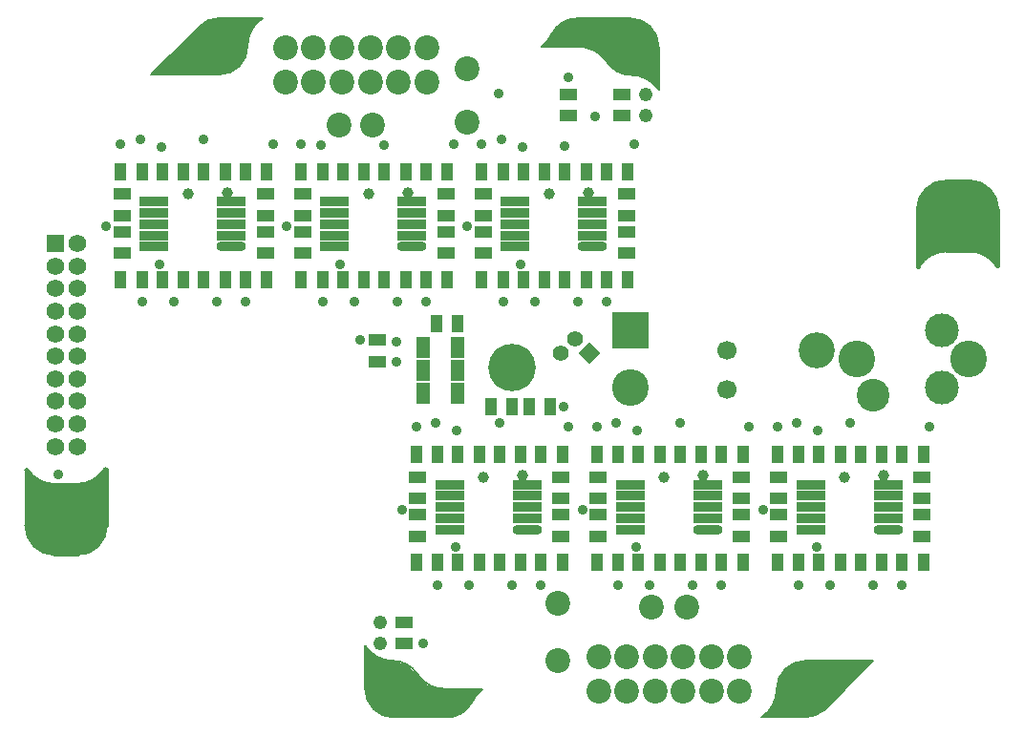
<source format=gts>
G04*
G04 #@! TF.GenerationSoftware,Altium Limited,Altium Designer,20.1.10 (176)*
G04*
G04 Layer_Color=8388736*
%FSAX42Y42*%
%MOMM*%
G71*
G04*
G04 #@! TF.SameCoordinates,3E3C1568-8D71-4774-938C-B5280475AE13*
G04*
G04*
G04 #@! TF.FilePolarity,Negative*
G04*
G01*
G75*
%ADD12C,0.20*%
%ADD15C,0.40*%
%ADD16R,1.50X1.00*%
%ADD17R,1.20X1.90*%
%ADD18R,1.00X1.50*%
%ADD19R,2.62X0.84*%
%ADD20O,2.62X0.84*%
%ADD21C,3.25*%
%ADD22C,3.00*%
%ADD23R,3.25X3.25*%
%ADD24C,1.57*%
%ADD25R,1.57X1.57*%
%ADD26C,1.40*%
%ADD27P,1.98X4X270.0*%
%ADD28C,1.22*%
%ADD29C,1.00*%
%ADD30C,1.70*%
%ADD31C,0.90*%
%ADD32C,2.90*%
%ADD33C,3.20*%
%ADD34C,2.20*%
%ADD35C,4.20*%
G36*
X003131Y000738D02*
X003131Y000738D01*
X003131Y000738D01*
X003143Y000725D01*
X003169Y000702D01*
X003198Y000682D01*
X003229Y000666D01*
X003245Y000660D01*
Y000660D01*
X003273Y000656D01*
X003329Y000646D01*
X003385Y000634D01*
X003440Y000621D01*
X003468Y000613D01*
X003642Y000439D01*
X003642Y000439D01*
X003655Y000431D01*
X003683Y000417D01*
X003713Y000405D01*
X003743Y000397D01*
X003774Y000391D01*
X003805Y000388D01*
X003837Y000389D01*
X003868Y000392D01*
X003883Y000395D01*
X003883Y000395D01*
X003914Y000396D01*
X003976Y000396D01*
X004038Y000396D01*
X004100Y000395D01*
X004116Y000395D01*
X004120Y000390D01*
X004123Y000382D01*
X004120Y000378D01*
X004115Y000372D01*
X004113Y000369D01*
X004018Y000239D01*
X003956Y000177D01*
X003849Y000145D01*
X003346Y000145D01*
Y000145D01*
X003322Y000145D01*
X003273Y000154D01*
X003228Y000173D01*
X003187Y000200D01*
X003152Y000235D01*
X003125Y000276D01*
X003106Y000322D01*
X003096Y000370D01*
X003096Y000395D01*
X003096Y000760D01*
X003108Y000765D01*
X003131Y000738D01*
D02*
G37*
G36*
X000128Y002297D02*
X000152Y002274D01*
X000177Y002251D01*
X000190Y002241D01*
X000190Y002241D01*
X000209Y002234D01*
X000247Y002222D01*
X000286Y002212D01*
X000325Y002204D01*
X000345Y002202D01*
X000345Y002202D01*
X000379Y002200D01*
X000447Y002200D01*
X000516Y002204D01*
X000583Y002212D01*
X000617Y002218D01*
X000643Y002227D01*
X000694Y002249D01*
X000744Y002273D01*
X000791Y002301D01*
X000803Y002309D01*
X000815Y002303D01*
X000812Y001863D01*
X000812Y001845D01*
X000807Y001810D01*
X000798Y001776D01*
X000785Y001744D01*
X000767Y001714D01*
X000746Y001686D01*
X000721Y001661D01*
X000693Y001640D01*
X000662Y001622D01*
X000630Y001609D01*
X000596Y001600D01*
X000561Y001595D01*
X000544Y001595D01*
X000355D01*
X000355Y001595D01*
X000355Y001595D01*
X000334Y001595D01*
X000293Y001601D01*
X000253Y001613D01*
X000215Y001630D01*
X000180Y001653D01*
X000149Y001681D01*
X000122Y001712D01*
X000099Y001748D01*
X000091Y001767D01*
X000095Y002316D01*
X000099Y002319D01*
X000108Y002320D01*
X000128Y002297D01*
D02*
G37*
G36*
X002174Y006336D02*
X002103Y006266D01*
X002066Y006192D01*
X002052Y006052D01*
X002052Y006052D01*
X002048Y006031D01*
X002032Y005990D01*
X002009Y005952D01*
X001981Y005919D01*
X001947Y005891D01*
X001909Y005870D01*
X001868Y005855D01*
X001824Y005847D01*
X001802Y005847D01*
X001220Y005848D01*
X001215Y005859D01*
X001577Y006227D01*
X001586Y006241D01*
X001608Y006266D01*
X001633Y006289D01*
X001660Y006308D01*
X001689Y006323D01*
X001720Y006335D01*
X001752Y006343D01*
X001785Y006347D01*
X001802Y006347D01*
X002170Y006347D01*
X002174Y006336D01*
D02*
G37*
G36*
X006992Y000643D02*
X007575Y000643D01*
X007580Y000631D01*
X007218Y000263D01*
X007208Y000249D01*
X007187Y000224D01*
X007162Y000202D01*
X007135Y000183D01*
X007105Y000167D01*
X007074Y000155D01*
X007042Y000147D01*
X007009Y000143D01*
X006992Y000143D01*
X006625Y000143D01*
X006620Y000155D01*
X006692Y000225D01*
X006728Y000299D01*
X006743Y000438D01*
X006743Y000438D01*
X006747Y000460D01*
X006763Y000501D01*
X006785Y000538D01*
X006814Y000571D01*
X006848Y000599D01*
X006886Y000621D01*
X006927Y000636D01*
X006970Y000643D01*
X006992Y000643D01*
D02*
G37*
G36*
X008248Y004898D02*
X008437Y004898D01*
X008437Y004898D01*
X008437Y004898D01*
X008457Y004898D01*
X008499Y004892D01*
X008539Y004880D01*
X008577Y004862D01*
X008612Y004839D01*
X008643Y004812D01*
X008670Y004780D01*
X008693Y004745D01*
X008701Y004726D01*
X008697Y004177D01*
X008692Y004174D01*
X008684Y004172D01*
X008664Y004195D01*
X008640Y004219D01*
X008615Y004241D01*
X008602Y004252D01*
X008602Y004252D01*
X008583Y004259D01*
X008545Y004271D01*
X008506Y004281D01*
X008466Y004288D01*
X008447Y004291D01*
X008447Y004291D01*
X008413Y004293D01*
X008344Y004293D01*
X008276Y004289D01*
X008209Y004281D01*
X008175Y004275D01*
X008149Y004265D01*
X008098Y004244D01*
X008048Y004219D01*
X008000Y004191D01*
X007988Y004183D01*
X007977Y004190D01*
X007980Y004630D01*
X007980Y004630D01*
X007980Y004630D01*
X007980Y004647D01*
X007985Y004682D01*
X007994Y004716D01*
X008007Y004749D01*
X008025Y004779D01*
X008046Y004807D01*
X008071Y004832D01*
X008099Y004853D01*
X008130Y004870D01*
X008162Y004884D01*
X008196Y004893D01*
X008231Y004898D01*
X008248Y004898D01*
D02*
G37*
G36*
X005520Y006335D02*
X005566Y006316D01*
X005607Y006289D01*
X005641Y006254D01*
X005669Y006213D01*
X005688Y006167D01*
X005697Y006119D01*
X005697Y006094D01*
X005697Y005729D01*
X005685Y005724D01*
X005662Y005751D01*
X005662D01*
X005662Y005751D01*
X005651Y005764D01*
X005625Y005788D01*
X005596Y005807D01*
X005565Y005823D01*
X005548Y005829D01*
X005520Y005833D01*
X005464Y005843D01*
X005408Y005855D01*
X005353Y005868D01*
X005326Y005876D01*
X005152Y006050D01*
X005152Y006050D01*
X005138Y006058D01*
X005110Y006072D01*
X005081Y006084D01*
X005051Y006092D01*
X005020Y006098D01*
X004988Y006101D01*
X004957Y006100D01*
X004926Y006097D01*
X004910Y006094D01*
X004879Y006094D01*
X004817Y006093D01*
X004755Y006093D01*
X004693Y006094D01*
X004677Y006094D01*
X004673Y006100D01*
X004671Y006107D01*
X004673Y006111D01*
X004678Y006117D01*
X004681Y006120D01*
X004775Y006250D01*
X004837Y006312D01*
X004945Y006344D01*
X005447Y006344D01*
X005447Y006344D01*
Y006344D01*
X005472Y006344D01*
X005520Y006335D01*
D02*
G37*
D12*
X006993Y000645D02*
G03*
X006743Y000395I000000J-000250D01*
G01*
X006993Y000145D02*
G03*
X007170Y000218I000000J000250D01*
G01*
X006609Y000145D02*
G03*
X006743Y000395I-000166J000250D01*
G01*
X003556Y000531D02*
G03*
X003832Y000396I000251J000164D01*
G01*
X004131Y000394D02*
G03*
X004041Y000279I000265J-000300D01*
G01*
X003556Y000531D02*
G03*
X003346Y000645I-000210J-000136D01*
G01*
X003096Y000395D02*
G03*
X003346Y000145I000250J000000D01*
G01*
X003820D02*
G03*
X004041Y000279I000000J000250D01*
G01*
X003096Y000779D02*
G03*
X003346Y000645I000250J000166D01*
G01*
X001802Y005846D02*
G03*
X002052Y006096I000000J000250D01*
G01*
X002186Y006346D02*
G03*
X002052Y006096I000166J-000250D01*
G01*
X001801Y006346D02*
G03*
X001625Y006272I000000J-000250D01*
G01*
X005697Y005710D02*
G03*
X005447Y005844I-000250J-000166D01*
G01*
X004974Y006344D02*
G03*
X004752Y006210I000000J-000250D01*
G01*
X005697Y006094D02*
G03*
X005447Y006344I-000250J000000D01*
G01*
X005238Y005958D02*
G03*
X005447Y005844I000210J000136D01*
G01*
X004662Y006095D02*
G03*
X004752Y006210I-000265J000300D01*
G01*
X005238Y005958D02*
G03*
X004962Y006093I-000251J-000164D01*
G01*
X006993Y000645D02*
X007592D01*
X007170Y000218D02*
X007597Y000646D01*
X006609Y000145D02*
X006993D01*
X003096Y000395D02*
Y000779D01*
X003346Y000145D02*
X003820D01*
X003832Y000396D02*
X004133D01*
X001801Y006346D02*
X002186D01*
X001197Y005845D02*
X001625Y006272D01*
X001203Y005846D02*
X001802D01*
X004661Y006093D02*
X004962D01*
X004974Y006344D02*
X005447D01*
X005697Y005710D02*
Y006094D01*
D15*
X000095Y001847D02*
G03*
X000345Y001597I000250J000000D01*
G01*
X000095Y002336D02*
G03*
X000345Y002202I000250J000166D01*
G01*
X000545Y001597D02*
G03*
X000795Y001847I000000J000250D01*
G01*
X000540Y002202D02*
G03*
X000795Y002344I000000J000300D01*
G01*
X008252Y004291D02*
G03*
X007997Y004149I000000J-000300D01*
G01*
X008247Y004896D02*
G03*
X007997Y004646I000000J-000250D01*
G01*
X008697Y004157D02*
G03*
X008447Y004291I-000250J-000166D01*
G01*
X008697Y004646D02*
G03*
X008447Y004896I-000250J000000D01*
G01*
X000095Y001847D02*
Y002336D01*
X000345Y002202D02*
X000540D01*
X000345Y001597D02*
X000545D01*
X000795Y001847D02*
Y002344D01*
X007997Y004149D02*
Y004646D01*
X008247Y004896D02*
X008447D01*
X008252Y004291D02*
X008447D01*
X008697Y004157D02*
Y004646D01*
D16*
X004900Y005480D02*
D03*
Y005670D02*
D03*
X003200Y003490D02*
D03*
Y003300D02*
D03*
X002540Y004260D02*
D03*
Y004450D02*
D03*
Y004787D02*
D03*
Y004597D02*
D03*
X000940Y004450D02*
D03*
Y004260D02*
D03*
Y004597D02*
D03*
Y004787D02*
D03*
X002210Y004450D02*
D03*
Y004260D02*
D03*
Y004597D02*
D03*
Y004787D02*
D03*
X005370Y005670D02*
D03*
Y005480D02*
D03*
X008030Y002087D02*
D03*
Y002277D02*
D03*
Y001940D02*
D03*
Y001750D02*
D03*
X006760Y002087D02*
D03*
Y002277D02*
D03*
Y001940D02*
D03*
Y001750D02*
D03*
X004830Y002087D02*
D03*
Y002277D02*
D03*
Y001940D02*
D03*
Y001750D02*
D03*
X003560Y002087D02*
D03*
Y002277D02*
D03*
Y001940D02*
D03*
Y001750D02*
D03*
X005410Y004597D02*
D03*
Y004787D02*
D03*
Y004450D02*
D03*
Y004260D02*
D03*
X004140Y004597D02*
D03*
Y004787D02*
D03*
Y004450D02*
D03*
Y004260D02*
D03*
X003810Y004597D02*
D03*
Y004787D02*
D03*
Y004450D02*
D03*
Y004260D02*
D03*
X005160Y001940D02*
D03*
Y001750D02*
D03*
Y002087D02*
D03*
Y002277D02*
D03*
X006430Y002087D02*
D03*
Y002277D02*
D03*
Y001940D02*
D03*
Y001750D02*
D03*
X003440Y000990D02*
D03*
Y000800D02*
D03*
D17*
X003612Y003223D02*
D03*
X003912D02*
D03*
X003612Y003017D02*
D03*
X003912D02*
D03*
X003612Y003429D02*
D03*
X003912D02*
D03*
D18*
X003725Y003635D02*
D03*
X003915D02*
D03*
X004548Y002900D02*
D03*
X004738D02*
D03*
X004210D02*
D03*
X004400D02*
D03*
X003739Y002475D02*
D03*
X003549D02*
D03*
X004106D02*
D03*
X003916D02*
D03*
X004285D02*
D03*
X004475D02*
D03*
X004653D02*
D03*
X004843D02*
D03*
X003917Y001520D02*
D03*
X004107D02*
D03*
X003739D02*
D03*
X003549D02*
D03*
X004474D02*
D03*
X004284D02*
D03*
X004653D02*
D03*
X004843D02*
D03*
X002719Y004030D02*
D03*
X002529D02*
D03*
X002719Y004985D02*
D03*
X002529D02*
D03*
X000929D02*
D03*
X001119D02*
D03*
X000929Y004030D02*
D03*
X001119D02*
D03*
X002223Y004985D02*
D03*
X002033D02*
D03*
X002223Y004030D02*
D03*
X002033D02*
D03*
X001487D02*
D03*
X001297D02*
D03*
X001296Y004985D02*
D03*
X001486D02*
D03*
X001664Y004030D02*
D03*
X001854D02*
D03*
X001855Y004985D02*
D03*
X001665D02*
D03*
X006443Y001520D02*
D03*
X006253D02*
D03*
X005423Y004030D02*
D03*
X005233D02*
D03*
X003823D02*
D03*
X003633D02*
D03*
X007675Y002475D02*
D03*
X007485D02*
D03*
X007484Y001520D02*
D03*
X007674D02*
D03*
X007116Y002475D02*
D03*
X007306D02*
D03*
X007307Y001520D02*
D03*
X007117D02*
D03*
X008043D02*
D03*
X007853D02*
D03*
X008043Y002475D02*
D03*
X007853D02*
D03*
X006749Y001520D02*
D03*
X006939D02*
D03*
X006749Y002475D02*
D03*
X006939D02*
D03*
X005423Y004985D02*
D03*
X005233D02*
D03*
X003823D02*
D03*
X003633D02*
D03*
X006443Y002475D02*
D03*
X006253D02*
D03*
X005055Y004985D02*
D03*
X004865D02*
D03*
X004864Y004030D02*
D03*
X005054D02*
D03*
X004496Y004985D02*
D03*
X004686D02*
D03*
X004687Y004030D02*
D03*
X004497D02*
D03*
X004129D02*
D03*
X004319D02*
D03*
X004129Y004985D02*
D03*
X004319D02*
D03*
X003455D02*
D03*
X003265D02*
D03*
X003264Y004030D02*
D03*
X003454D02*
D03*
X002896Y004985D02*
D03*
X003086D02*
D03*
X003087Y004030D02*
D03*
X002897D02*
D03*
X005149Y002475D02*
D03*
X005339D02*
D03*
X005516D02*
D03*
X005706D02*
D03*
X006075D02*
D03*
X005885D02*
D03*
X005884Y001520D02*
D03*
X006074D02*
D03*
X005707D02*
D03*
X005517D02*
D03*
X005149D02*
D03*
X005339D02*
D03*
D19*
X002824Y004720D02*
D03*
X003510D02*
D03*
X002824Y004620D02*
D03*
Y004520D02*
D03*
Y004420D02*
D03*
Y004320D02*
D03*
X003510Y004620D02*
D03*
Y004520D02*
D03*
Y004420D02*
D03*
X001910D02*
D03*
Y004520D02*
D03*
Y004620D02*
D03*
X001224Y004320D02*
D03*
Y004420D02*
D03*
Y004520D02*
D03*
Y004620D02*
D03*
X001910Y004720D02*
D03*
X001224D02*
D03*
X007730Y001910D02*
D03*
Y002010D02*
D03*
Y002110D02*
D03*
X007044Y001810D02*
D03*
Y001910D02*
D03*
Y002010D02*
D03*
Y002110D02*
D03*
X007730Y002210D02*
D03*
X007044D02*
D03*
X004530Y001910D02*
D03*
Y002010D02*
D03*
Y002110D02*
D03*
X003844Y001810D02*
D03*
Y001910D02*
D03*
Y002010D02*
D03*
Y002110D02*
D03*
X004530Y002210D02*
D03*
X003844D02*
D03*
X005110Y004420D02*
D03*
Y004520D02*
D03*
Y004620D02*
D03*
X004424Y004320D02*
D03*
Y004420D02*
D03*
Y004520D02*
D03*
Y004620D02*
D03*
X005110Y004720D02*
D03*
X004424D02*
D03*
X006130Y001910D02*
D03*
Y002010D02*
D03*
Y002110D02*
D03*
X005444Y001810D02*
D03*
Y001910D02*
D03*
Y002010D02*
D03*
Y002110D02*
D03*
X006130Y002210D02*
D03*
X005444D02*
D03*
D20*
X003510Y004320D02*
D03*
X001910D02*
D03*
X007730Y001810D02*
D03*
X004530Y001810D02*
D03*
X005110Y004320D02*
D03*
X006130Y001810D02*
D03*
D21*
X007457Y003326D02*
D03*
X008447D02*
D03*
X005450Y003072D02*
D03*
D22*
X008206D02*
D03*
Y003580D02*
D03*
D23*
X005450D02*
D03*
D24*
X000347Y003747D02*
D03*
Y003947D02*
D03*
X000547Y003547D02*
D03*
X000347D02*
D03*
X000547Y003747D02*
D03*
Y003947D02*
D03*
Y004147D02*
D03*
X000347D02*
D03*
X000547Y004347D02*
D03*
Y003347D02*
D03*
X000347Y003147D02*
D03*
X000547D02*
D03*
X000347Y003347D02*
D03*
X000547Y002947D02*
D03*
X000347Y002747D02*
D03*
X000547D02*
D03*
X000347Y002947D02*
D03*
X000547Y002547D02*
D03*
X000347D02*
D03*
D25*
Y004347D02*
D03*
D26*
X004825Y003375D02*
D03*
X004952Y003502D02*
D03*
D27*
X005079Y003375D02*
D03*
D28*
X003225Y000990D02*
D03*
Y000800D02*
D03*
X005580Y005479D02*
D03*
Y005670D02*
D03*
D29*
X001526Y004786D02*
D03*
X003126D02*
D03*
X004726D02*
D03*
X004146Y002276D02*
D03*
X005746Y002276D02*
D03*
X007346D02*
D03*
X001872Y004795D02*
D03*
X003472D02*
D03*
X005072D02*
D03*
X004492Y002295D02*
D03*
X006092D02*
D03*
X007692D02*
D03*
D30*
X006300Y003400D02*
D03*
Y003050D02*
D03*
D31*
X007390Y002760D02*
D03*
X002874Y004165D02*
D03*
X002719Y003830D02*
D03*
X000375Y002300D02*
D03*
X004900Y005825D02*
D03*
X004850Y002900D02*
D03*
X005136Y005478D02*
D03*
X004865Y005213D02*
D03*
X003050Y003490D02*
D03*
X003375Y003300D02*
D03*
Y003475D02*
D03*
X004275Y005675D02*
D03*
X003610Y000800D02*
D03*
X007109Y002690D02*
D03*
X006620Y001990D02*
D03*
X006920Y002760D02*
D03*
X007853Y001320D02*
D03*
X008100Y002720D02*
D03*
X006939Y001320D02*
D03*
X006749Y002720D02*
D03*
X007219Y001320D02*
D03*
X007094Y001655D02*
D03*
X007600Y001320D02*
D03*
X005509Y002690D02*
D03*
X005020Y001990D02*
D03*
X005885Y002760D02*
D03*
X005320D02*
D03*
X006253Y001320D02*
D03*
X006500Y002720D02*
D03*
X005339Y001320D02*
D03*
X005149Y002720D02*
D03*
X005619Y001320D02*
D03*
X005494Y001655D02*
D03*
X006000Y001320D02*
D03*
X001289Y005200D02*
D03*
X000800Y004500D02*
D03*
X001665Y005270D02*
D03*
X001100D02*
D03*
X002033Y003830D02*
D03*
X002280Y005230D02*
D03*
X001119Y003830D02*
D03*
X000929Y005230D02*
D03*
X001399Y003830D02*
D03*
X001274Y004165D02*
D03*
X001780Y003830D02*
D03*
X004489Y005200D02*
D03*
X004000Y004500D02*
D03*
X004300Y005270D02*
D03*
X005233Y003830D02*
D03*
X005480Y005230D02*
D03*
X004319Y003830D02*
D03*
X004129Y005230D02*
D03*
X004599Y003830D02*
D03*
X004474Y004165D02*
D03*
X004980Y003830D02*
D03*
X002400Y004500D02*
D03*
X003265Y005220D02*
D03*
X002700D02*
D03*
X003633Y003830D02*
D03*
X003880Y005230D02*
D03*
X002529D02*
D03*
X002999Y003830D02*
D03*
X003380D02*
D03*
X004653Y001320D02*
D03*
X003739D02*
D03*
X003720Y002760D02*
D03*
X003909Y002690D02*
D03*
X003549Y002720D02*
D03*
X004285Y002760D02*
D03*
X004900Y002720D02*
D03*
X004400Y001320D02*
D03*
X004019D02*
D03*
X003420Y001990D02*
D03*
X003894Y001655D02*
D03*
D32*
X007597Y003000D02*
D03*
D33*
X007097Y003400D02*
D03*
D34*
X004000Y005425D02*
D03*
Y005900D02*
D03*
X004800Y000650D02*
D03*
Y001155D02*
D03*
X005630Y001120D02*
D03*
X005950D02*
D03*
X003165Y005400D02*
D03*
X002865D02*
D03*
X005665Y000680D02*
D03*
X006415Y000380D02*
D03*
X005165D02*
D03*
X005665D02*
D03*
X005415D02*
D03*
X005915D02*
D03*
X006165D02*
D03*
X005165Y000680D02*
D03*
X005415D02*
D03*
X005915D02*
D03*
X006165D02*
D03*
X006415D02*
D03*
X003640Y006080D02*
D03*
X003390D02*
D03*
X003140D02*
D03*
X002640D02*
D03*
X002390D02*
D03*
X003390Y005780D02*
D03*
X003140D02*
D03*
X002640D02*
D03*
X002890D02*
D03*
X002390D02*
D03*
X003640D02*
D03*
X002890Y006080D02*
D03*
D35*
X000397Y001845D02*
D03*
X003347Y000395D02*
D03*
X001800Y006095D02*
D03*
X008397Y004645D02*
D03*
X006993Y000395D02*
D03*
X005447Y006095D02*
D03*
X004397Y003245D02*
D03*
M02*

</source>
